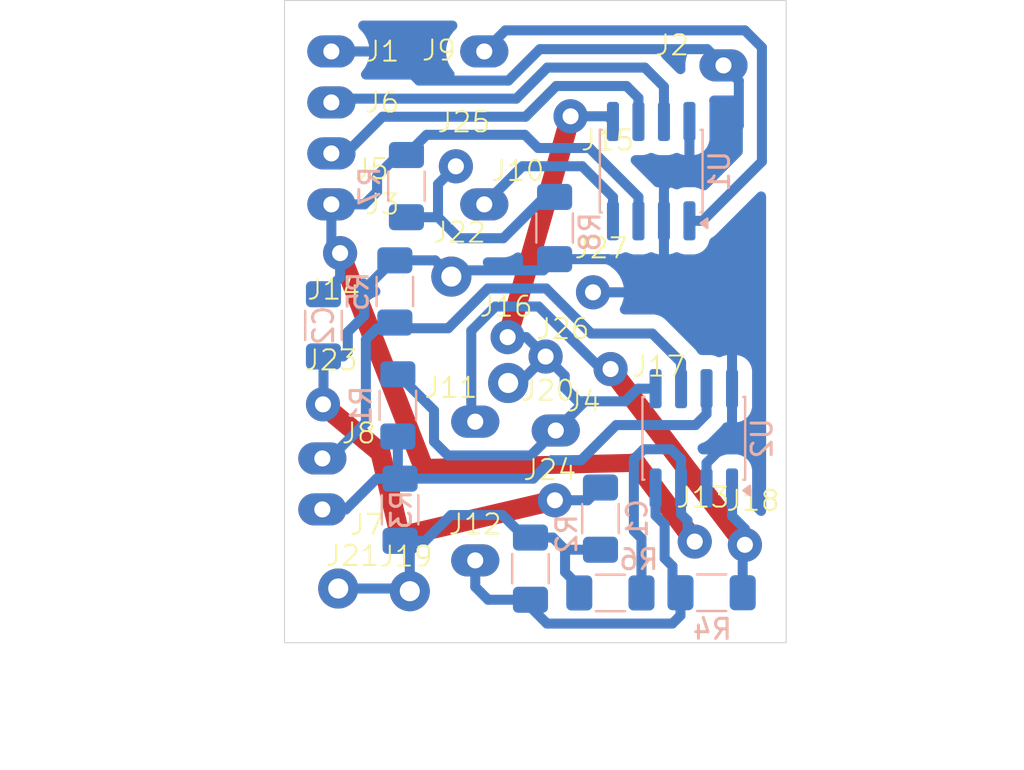
<source format=kicad_pcb>
(kicad_pcb (version 20241229) (generator "pcbnew") (generator_version "9.0")
  (layers (0 "F.Cu" signal) (2 "B.Cu" signal) (13 "F.Paste" user) (15 "B.Paste" user) (5 "F.SilkS" user "F.Silkscreen") (7 "B.SilkS" user "B.Silkscreen") (1 "F.Mask" user) (3 "B.Mask" user) (25 "Edge.Cuts" user))
  (net 0 "")
  (net 1 "GND")
  (net 2 "+5V")
  (net 3 "+3.3V")
  (net 4 "/TxD2")
  (net 5 "/RxD2")
  (net 6 "/TxD1")
  (net 7 "/RxD1")
  (net 8 "/Dp1")
  (net 9 "/Dm1")
  (net 10 "/Dp2")
  (net 11 "/Dm2")
  (net 12 "Net-(J19-Pin_1)")
  (net 13 "Net-(J25-Pin_1)")
  (footprint "Footprints:VHDR" (layer "F.Cu") (at 125.040404 78.512129)
    (property "Reference" "J25" (at 0.4 -2.2 0) (layer "F.SilkS") (effects (font (thickness 0.1))))
    (property "Value" "~")
    (pad "1" thru_hole oval (at 0 0) (size 1.7 1.7) (drill 0.8) (layers "*.Cu" "*.Mask") (net 13 "Net-(J25-Pin_1)"))
  )
  (footprint "Footprints:BBHDR" (layer "F.Cu") (at 126.005511 91.237032)
    (property "Reference" "J11" (at -1.208134 -1.693473 0) (layer "F.SilkS") (effects (font (thickness 0.1))))
    (property "Value" "MCU-TxD2")
    (pad "1" thru_hole oval (at 0 0) (size 2.4 1.6) (drill 0.8) (layers "*.Cu" "*.Mask") (net 4 "/TxD2"))
  )
  (footprint "Footprints:BBHDR" (layer "F.Cu") (at 130.018603 91.67783)
    (property "Reference" "J4" (at 1.399738 -1.449587 0) (layer "F.SilkS") (effects (font (thickness 0.1))))
    (property "Value" "+3.3V")
    (pad "1" thru_hole oval (at 0 0) (size 2.4 1.6) (drill 0.8) (layers "*.Cu" "*.Mask") (net 3 "+3.3V"))
  )
  (footprint "Footprints:VHDR" (layer "F.Cu") (at 127.619587 87.024656)
    (property "Reference" "J16" (at -0.076416 -1.525673 0) (layer "F.SilkS") (effects (font (thickness 0.1))))
    (property "Value" "~")
    (pad "1" thru_hole oval (at 0 0) (size 1.7 1.7) (drill 0.8) (layers "*.Cu" "*.Mask") (net 3 "+3.3V"))
  )
  (footprint "Footprints:VHDR" (layer "F.Cu") (at 129.975539 95.154155)
    (property "Reference" "J24" (at -0.256747 -1.512591 0) (layer "F.SilkS") (effects (font (thickness 0.1))))
    (property "Value" "~")
    (pad "1" thru_hole oval (at 0 0) (size 1.7 1.7) (drill 0.8) (layers "*.Cu" "*.Mask") (net 1 "GND"))
  )
  (footprint "Footprints:CHDR" (layer "F.Cu") (at 119.177088 99.552042)
    (property "Reference" "J21" (at 0.710816 -1.636315 0) (layer "F.SilkS") (effects (font (thickness 0.1))))
    (property "Value" "~")
    (pad "1" thru_hole oval (at 0 0) (size 2 2) (drill 1) (layers "*.Cu" "*.Mask") (net 12 "Net-(J19-Pin_1)"))
  )
  (footprint "Footprints:VHDR" (layer "F.Cu") (at 132.749232 88.616173)
    (property "Reference" "J17" (at 2.408963 -0.131422 0) (layer "F.SilkS") (effects (font (thickness 0.1))))
    (property "Value" "~")
    (pad "1" thru_hole oval (at 0 0) (size 1.7 1.7) (drill 0.8) (layers "*.Cu" "*.Mask") (net 4 "/TxD2"))
  )
  (footprint "Footprints:BBHDR" (layer "F.Cu") (at 138.375298 73.48457)
    (property "Reference" "J2" (at -2.559006 -1.009045 0) (layer "F.SilkS") (effects (font (thickness 0.1))))
    (property "Value" "GND")
    (pad "1" thru_hole oval (at 0 0) (size 2.4 1.6) (drill 0.8) (layers "*.Cu" "*.Mask") (net 1 "GND"))
  )
  (footprint "Footprints:BBHDR" (layer "F.Cu") (at 118.834709 77.869313)
    (property "Reference" "J5" (at 2.014088 0.777599 0) (layer "F.SilkS") (effects (font (thickness 0.1))))
    (property "Value" "D1-")
    (pad "1" thru_hole oval (at 0 0) (size 2.4 1.6) (drill 0.8) (layers "*.Cu" "*.Mask") (net 9 "/Dm1"))
  )
  (footprint "Footprints:VHDR" (layer "F.Cu") (at 130.755723 76.02037)
    (property "Reference" "J15" (at 1.841445 1.196267 0) (layer "F.SilkS") (effects (font (thickness 0.1))))
    (property "Value" "~")
    (pad "1" thru_hole oval (at 0 0) (size 1.7 1.7) (drill 0.8) (layers "*.Cu" "*.Mask") (net 3 "+3.3V"))
  )
  (footprint "Footprints:VHDR" (layer "F.Cu") (at 129.512526 87.993099)
    (property "Reference" "J26" (at 0.861143 -1.378858 0) (layer "F.SilkS") (effects (font (thickness 0.1))))
    (property "Value" "~")
    (pad "1" thru_hole oval (at 0 0) (size 1.7 1.7) (drill 0.8) (layers "*.Cu" "*.Mask") (net 3 "+3.3V"))
  )
  (footprint "Footprints:VHDR" (layer "F.Cu") (at 118.418048 90.374343)
    (property "Reference" "J23" (at 0.4 -2.2 0) (layer "F.SilkS") (effects (font (thickness 0.1))))
    (property "Value" "~")
    (pad "1" thru_hole oval (at 0 0) (size 1.7 1.7) (drill 0.8) (layers "*.Cu" "*.Mask") (net 1 "GND"))
  )
  (footprint "Footprints:BBHDR" (layer "F.Cu") (at 126.454709 72.789313)
    (property "Reference" "J9" (at -2.258602 -0.054028 0) (layer "F.SilkS") (effects (font (thickness 0.1))))
    (property "Value" "MCU-TxD1")
    (pad "1" thru_hole oval (at 0 0) (size 2.4 1.6) (drill 0.8) (layers "*.Cu" "*.Mask") (net 6 "/TxD1"))
  )
  (footprint "Footprints:CHDR" (layer "F.Cu") (at 124.814144 84.008529)
    (property "Reference" "J22" (at 0.4 -2.2 0) (layer "F.SilkS") (effects (font (thickness 0.1))))
    (property "Value" "~")
    (pad "1" thru_hole oval (at 0 0) (size 2 2) (drill 1) (layers "*.Cu" "*.Mask") (net 1 "GND"))
  )
  (footprint "Footprints:BBHDR" (layer "F.Cu") (at 118.834709 80.409313)
    (property "Reference" "J3" (at 2.54 0 0) (layer "F.SilkS") (effects (font (thickness 0.1))))
    (property "Value" "+5V")
    (pad "1" thru_hole oval (at 0 0) (size 2.4 1.6) (drill 0.8) (layers "*.Cu" "*.Mask") (net 2 "+5V"))
  )
  (footprint "Footprints:BBHDR" (layer "F.Cu") (at 118.385511 93.070404)
    (property "Reference" "J8" (at 1.813873 -1.254903 0) (layer "F.SilkS") (effects (font (thickness 0.1))))
    (property "Value" "D2-")
    (pad "1" thru_hole oval (at 0 0) (size 2.4 1.6) (drill 0.8) (layers "*.Cu" "*.Mask") (net 11 "/Dm2"))
  )
  (footprint "Footprints:CHDR" (layer "F.Cu") (at 122.743656 99.684842)
    (property "Reference" "J19" (at -0.186017 -1.733987 0) (layer "F.SilkS") (effects (font (thickness 0.1))))
    (property "Value" "~")
    (pad "1" thru_hole oval (at 0 0) (size 2 2) (drill 1) (layers "*.Cu" "*.Mask") (net 12 "Net-(J19-Pin_1)"))
  )
  (footprint "Footprints:BBHDR" (layer "F.Cu") (at 118.834709 75.329313)
    (property "Reference" "J6" (at 2.54 0 0) (layer "F.SilkS") (effects (font (thickness 0.1))))
    (property "Value" "D1+")
    (pad "1" thru_hole oval (at 0 0) (size 2.4 1.6) (drill 0.8) (layers "*.Cu" "*.Mask") (net 8 "/Dp1"))
  )
  (footprint "Footprints:BBHDR" (layer "F.Cu") (at 118.385511 95.610404)
    (property "Reference" "J7" (at 2.222519 0.759687 0) (layer "F.SilkS") (effects (font (thickness 0.1))))
    (property "Value" "D2+")
    (pad "1" thru_hole oval (at 0 0) (size 2.4 1.6) (drill 0.8) (layers "*.Cu" "*.Mask") (net 10 "/Dp2"))
  )
  (footprint "Footprints:BBHDR" (layer "F.Cu") (at 118.834709 72.789313)
    (property "Reference" "J1" (at 2.54 0 0) (layer "F.SilkS") (effects (font (thickness 0.1))))
    (property "Value" "GND")
    (pad "1" thru_hole oval (at 0 0) (size 2.4 1.6) (drill 0.8) (layers "*.Cu" "*.Mask") (net 1 "GND"))
  )
  (footprint "Footprints:BBHDR" (layer "F.Cu") (at 126.005511 98.150404)
    (property "Reference" "J12" (at -0.008756 -1.801239 0) (layer "F.SilkS") (effects (font (thickness 0.1))))
    (property "Value" "MCU-RxD2")
    (pad "1" thru_hole oval (at 0 0) (size 2.4 1.6) (drill 0.8) (layers "*.Cu" "*.Mask") (net 5 "/RxD2"))
  )
  (footprint "Footprints:VHDR" (layer "F.Cu") (at 119.269838 82.838397)
    (property "Reference" "J14" (at -0.315517 1.812832 0) (layer "F.SilkS") (effects (font (thickness 0.1))))
    (property "Value" "~")
    (pad "1" thru_hole oval (at 0 0) (size 1.7 1.7) (drill 0.8) (layers "*.Cu" "*.Mask") (net 2 "+5V"))
  )
  (footprint "Footprints:VHDR" (layer "F.Cu") (at 139.443273 97.374019)
    (property "Reference" "J18" (at 0.4 -2.2 0) (layer "F.SilkS") (effects (font (thickness 0.1))))
    (property "Value" "~")
    (pad "1" thru_hole oval (at 0 0) (size 1.7 1.7) (drill 0.8) (layers "*.Cu" "*.Mask") (net 4 "/TxD2"))
  )
  (footprint "Footprints:VHDR" (layer "F.Cu") (at 136.94404 97.213759)
    (property "Reference" "J13" (at 0.4 -2.2 0) (layer "F.SilkS") (effects (font (thickness 0.1))))
    (property "Value" "~")
    (pad "1" thru_hole oval (at 0 0) (size 1.7 1.7) (drill 0.8) (layers "*.Cu" "*.Mask") (net 2 "+5V"))
  )
  (footprint "Footprints:BBHDR" (layer "F.Cu") (at 126.454709 80.409313)
    (property "Reference" "J10" (at 1.671551 -1.671551 0) (layer "F.SilkS") (effects (font (thickness 0.1))))
    (property "Value" "MCU-RxD1")
    (pad "1" thru_hole oval (at 0 0) (size 2.4 1.6) (drill 0.8) (layers "*.Cu" "*.Mask") (net 7 "/RxD1"))
  )
  (footprint "Footprints:VHDR" (layer "F.Cu") (at 131.874128 84.791401)
    (property "Reference" "J27" (at 0.4 -2.2 0) (layer "F.SilkS") (effects (font (thickness 0.1))))
    (property "Value" "~")
    (pad "1" thru_hole oval (at 0 0) (size 1.7 1.7) (drill 0.8) (layers "*.Cu" "*.Mask") (net 1 "GND"))
  )
  (footprint "Footprints:CHDR" (layer "F.Cu") (at 127.645354 89.309719)
    (property "Reference" "J20" (at 1.980103 0.375012 0) (layer "F.SilkS") (effects (font (thickness 0.1))))
    (property "Value" "~")
    (pad "1" thru_hole oval (at 0 0) (size 2 2) (drill 1) (layers "*.Cu" "*.Mask") (net 3 "+3.3V"))
  )
  (footprint "Resistor_SMD:R_1206_3216Metric_Pad1.30x1.75mm_HandSolder" (layer "B.Cu") (at 121.999221 84.748561 -90)
    (property "Reference" "R5" (at 0 1.83 90) (layer "B.SilkS") (effects (justify mirror)))
    (property "Value" "R")
    (fp_line (start -0.727064 0.91) (end 0.727064 0.91) (stroke (width 0.12)) (layer "B.SilkS"))
    (fp_line (start -0.727064 -0.91) (end 0.727064 -0.91) (stroke (width 0.12)) (layer "B.SilkS"))
    (pad "1" smd roundrect (at -1.55 0 270) (size 1.3 1.75) (layers "B.Cu" "B.Mask" "B.Paste") (roundrect_rratio 0.192308) (net 1 "GND"))
    (pad "2" smd roundrect (at 1.55 0 270) (size 1.3 1.75) (layers "B.Cu" "B.Mask" "B.Paste") (roundrect_rratio 0.192308) (net 11 "/Dm2"))
  )
  (footprint "Package_SO:SOIC-8_3.9x4.9mm_P1.27mm" (layer "B.Cu") (at 134.773502 78.753426 90)
    (property "Reference" "U1" (at 0 3.4 90) (layer "B.SilkS") (effects (justify mirror)))
    (property "Value" "MCP2562-E-SN")
    (fp_line (start 2.06 -2.56) (end -2.06 -2.56) (stroke (width 0.12)) (layer "B.SilkS"))
    (fp_line (start -2.06 -2.56) (end -2.06 -2.465) (stroke (width 0.12)) (layer "B.SilkS"))
    (fp_line (start 2.06 -2.465) (end 2.06 -2.56) (stroke (width 0.12)) (layer "B.SilkS"))
    (fp_line (start -2.06 2.465) (end -2.06 2.56) (stroke (width 0.12)) (layer "B.SilkS"))
    (fp_line (start 2.06 2.56) (end 2.06 2.465) (stroke (width 0.12)) (layer "B.SilkS"))
    (fp_line (start -2.06 2.56) (end 2.06 2.56) (stroke (width 0.12)) (layer "B.SilkS"))
    (fp_poly (pts (xy -2.6 2.47) (xy -2.84 2.8) (xy -2.36 2.8)) (stroke (width 0.12)) (fill yes) (layer "B.SilkS"))
    (pad "1" smd roundrect (at -2.475 1.905 90) (size 1.95 0.6) (layers "B.Cu" "B.Mask" "B.Paste") (net 6 "/TxD1"))
    (pad "2" smd roundrect (at -2.475 0.635 90) (size 1.95 0.6) (layers "B.Cu" "B.Mask" "B.Paste") (net 1 "GND"))
    (pad "3" smd roundrect (at -2.475 -0.635 90) (size 1.95 0.6) (layers "B.Cu" "B.Mask" "B.Paste") (net 2 "+5V"))
    (pad "4" smd roundrect (at -2.475 -1.905 90) (size 1.95 0.6) (layers "B.Cu" "B.Mask" "B.Paste") (net 7 "/RxD1"))
    (pad "5" smd roundrect (at 2.475 -1.905 90) (size 1.95 0.6) (layers "B.Cu" "B.Mask" "B.Paste") (net 3 "+3.3V"))
    (pad "6" smd roundrect (at 2.475 -0.635 90) (size 1.95 0.6) (layers "B.Cu" "B.Mask" "B.Paste") (net 9 "/Dm1"))
    (pad "7" smd roundrect (at 2.475 0.635 90) (size 1.95 0.6) (layers "B.Cu" "B.Mask" "B.Paste") (net 8 "/Dp1"))
    (pad "8" smd roundrect (at 2.475 1.905 90) (size 1.95 0.6) (layers "B.Cu" "B.Mask" "B.Paste") (net 1 "GND"))
  )
  (footprint "Resistor_SMD:R_1206_3216Metric_Pad1.30x1.75mm_HandSolder" (layer "B.Cu") (at 122.57625 79.499691 -90)
    (property "Reference" "R7" (at 0 1.83 90) (layer "B.SilkS") (effects (justify mirror)))
    (property "Value" "R")
    (fp_line (start -0.727064 0.91) (end 0.727064 0.91) (stroke (width 0.12)) (layer "B.SilkS"))
    (fp_line (start -0.727064 -0.91) (end 0.727064 -0.91) (stroke (width 0.12)) (layer "B.SilkS"))
    (pad "1" smd roundrect (at -1.55 0 270) (size 1.3 1.75) (layers "B.Cu" "B.Mask" "B.Paste") (roundrect_rratio 0.192308) (net 2 "+5V"))
    (pad "2" smd roundrect (at 1.55 0 270) (size 1.3 1.75) (layers "B.Cu" "B.Mask" "B.Paste") (roundrect_rratio 0.192308) (net 13 "Net-(J25-Pin_1)"))
  )
  (footprint "Resistor_SMD:R_1206_3216Metric_Pad1.30x1.75mm_HandSolder" (layer "B.Cu") (at 137.782771 99.762211 180)
    (property "Reference" "R4" (at -0.035096 -1.82026 0) (layer "B.SilkS") (effects (justify mirror)))
    (property "Value" "R")
    (fp_line (start -0.727064 0.91) (end 0.727064 0.91) (stroke (width 0.12)) (layer "B.SilkS"))
    (fp_line (start -0.727064 -0.91) (end 0.727064 -0.91) (stroke (width 0.12)) (layer "B.SilkS"))
    (pad "1" smd roundrect (at -1.55 0 180) (size 1.3 1.75) (layers "B.Cu" "B.Mask" "B.Paste") (roundrect_rratio 0.192308) (net 4 "/TxD2"))
    (pad "2" smd roundrect (at 1.55 0 180) (size 1.3 1.75) (layers "B.Cu" "B.Mask" "B.Paste") (roundrect_rratio 0.192308) (net 5 "/RxD2"))
  )
  (footprint "Resistor_SMD:R_1206_3216Metric_Pad1.30x1.75mm_HandSolder" (layer "B.Cu") (at 132.739291 99.772978 180)
    (property "Reference" "R6" (at -1.418344 1.664477 0) (layer "B.SilkS") (effects (justify mirror)))
    (property "Value" "R")
    (fp_line (start -0.727064 0.91) (end 0.727064 0.91) (stroke (width 0.12)) (layer "B.SilkS"))
    (fp_line (start -0.727064 -0.91) (end 0.727064 -0.91) (stroke (width 0.12)) (layer "B.SilkS"))
    (pad "1" smd roundrect (at -1.55 0 180) (size 1.3 1.75) (layers "B.Cu" "B.Mask" "B.Paste") (roundrect_rratio 0.192308) (net 2 "+5V"))
    (pad "2" smd roundrect (at 1.55 0 180) (size 1.3 1.75) (layers "B.Cu" "B.Mask" "B.Paste") (roundrect_rratio 0.192308) (net 12 "Net-(J19-Pin_1)"))
  )
  (footprint "Resistor_SMD:R_1206_3216Metric_Pad1.30x1.75mm_HandSolder" (layer "B.Cu") (at 122.148543 90.426772 -90)
    (property "Reference" "R1" (at 0 1.83 90) (layer "B.SilkS") (effects (justify mirror)))
    (property "Value" "R")
    (fp_line (start -0.727064 0.91) (end 0.727064 0.91) (stroke (width 0.12)) (layer "B.SilkS"))
    (fp_line (start -0.727064 -0.91) (end 0.727064 -0.91) (stroke (width 0.12)) (layer "B.SilkS"))
    (pad "1" smd roundrect (at -1.55 0 270) (size 1.3 1.75) (layers "B.Cu" "B.Mask" "B.Paste") (roundrect_rratio 0.192308) (net 3 "+3.3V"))
    (pad "2" smd roundrect (at 1.55 0 270) (size 1.3 1.75) (layers "B.Cu" "B.Mask" "B.Paste") (roundrect_rratio 0.192308) (net 10 "/Dp2"))
  )
  (footprint "Package_SO:SOIC-8_3.9x4.9mm_P1.27mm" (layer "B.Cu") (at 136.896385 92.068764 90)
    (property "Reference" "U2" (at 0 3.4 90) (layer "B.SilkS") (effects (justify mirror)))
    (property "Value" "MCP2562-E-SN")
    (fp_line (start 2.06 -2.56) (end -2.06 -2.56) (stroke (width 0.12)) (layer "B.SilkS"))
    (fp_line (start -2.06 -2.56) (end -2.06 -2.465) (stroke (width 0.12)) (layer "B.SilkS"))
    (fp_line (start 2.06 -2.465) (end 2.06 -2.56) (stroke (width 0.12)) (layer "B.SilkS"))
    (fp_line (start -2.06 2.465) (end -2.06 2.56) (stroke (width 0.12)) (layer "B.SilkS"))
    (fp_line (start 2.06 2.56) (end 2.06 2.465) (stroke (width 0.12)) (layer "B.SilkS"))
    (fp_line (start -2.06 2.56) (end 2.06 2.56) (stroke (width 0.12)) (layer "B.SilkS"))
    (fp_poly (pts (xy -2.6 2.47) (xy -2.84 2.8) (xy -2.36 2.8)) (stroke (width 0.12)) (fill yes) (layer "B.SilkS"))
    (pad "1" smd roundrect (at -2.475 1.905 90) (size 1.95 0.6) (layers "B.Cu" "B.Mask" "B.Paste") (net 4 "/TxD2"))
    (pad "2" smd roundrect (at -2.475 0.635 90) (size 1.95 0.6) (layers "B.Cu" "B.Mask" "B.Paste") (net 1 "GND"))
    (pad "3" smd roundrect (at -2.475 -0.635 90) (size 1.95 0.6) (layers "B.Cu" "B.Mask" "B.Paste") (net 2 "+5V"))
    (pad "4" smd roundrect (at -2.475 -1.905 90) (size 1.95 0.6) (layers "B.Cu" "B.Mask" "B.Paste") (net 5 "/RxD2"))
    (pad "5" smd roundrect (at 2.475 -1.905 90) (size 1.95 0.6) (layers "B.Cu" "B.Mask" "B.Paste") (net 3 "+3.3V"))
    (pad "6" smd roundrect (at 2.475 -0.635 90) (size 1.95 0.6) (layers "B.Cu" "B.Mask" "B.Paste") (net 11 "/Dm2"))
    (pad "7" smd roundrect (at 2.475 0.635 90) (size 1.95 0.6) (layers "B.Cu" "B.Mask" "B.Paste") (net 10 "/Dp2"))
    (pad "8" smd roundrect (at 2.475 1.905 90) (size 1.95 0.6) (layers "B.Cu" "B.Mask" "B.Paste") (net 1 "GND"))
  )
  (footprint "Resistor_SMD:R_1206_3216Metric_Pad1.30x1.75mm_HandSolder" (layer "B.Cu") (at 128.757559 98.56212 90)
    (property "Reference" "R2" (at 1.730055 1.805225 90) (layer "B.SilkS") (effects (justify mirror)))
    (property "Value" "R")
    (fp_line (start -0.727064 -0.91) (end 0.727064 -0.91) (stroke (width 0.12)) (layer "B.SilkS"))
    (fp_line (start -0.727064 0.91) (end 0.727064 0.91) (stroke (width 0.12)) (layer "B.SilkS"))
    (pad "1" smd roundrect (at -1.55 0 90) (size 1.3 1.75) (layers "B.Cu" "B.Mask" "B.Paste") (roundrect_rratio 0.192308) (net 5 "/RxD2"))
    (pad "2" smd roundrect (at 1.55 0 90) (size 1.3 1.75) (layers "B.Cu" "B.Mask" "B.Paste") (roundrect_rratio 0.192308) (net 12 "Net-(J19-Pin_1)"))
  )
  (footprint "Resistor_SMD:R_1206_3216Metric_Pad1.30x1.75mm_HandSolder" (layer "B.Cu") (at 132.245126 96.069377 90)
    (property "Reference" "C1" (at 0 1.83 90) (layer "B.SilkS") (effects (justify mirror)))
    (property "Value" "C")
    (fp_line (start -0.727064 -0.91) (end 0.727064 -0.91) (stroke (width 0.12)) (layer "B.SilkS"))
    (fp_line (start -0.727064 0.91) (end 0.727064 0.91) (stroke (width 0.12)) (layer "B.SilkS"))
    (pad "1" smd roundrect (at -1.55 0 90) (size 1.3 1.75) (layers "B.Cu" "B.Mask" "B.Paste") (roundrect_rratio 0.192308) (net 12 "Net-(J19-Pin_1)"))
    (pad "2" smd roundrect (at 1.55 0 90) (size 1.3 1.75) (layers "B.Cu" "B.Mask" "B.Paste") (roundrect_rratio 0.192308) (net 1 "GND"))
  )
  (footprint "Resistor_SMD:R_1206_3216Metric_Pad1.30x1.75mm_HandSolder" (layer "B.Cu") (at 118.442345 86.438238 -90)
    (property "Reference" "C2" (at 0.004292 0.000118 90) (layer "B.SilkS") (effects (justify mirror)))
    (property "Value" "C")
    (fp_line (start -0.727064 0.91) (end 0.727064 0.91) (stroke (width 0.12)) (layer "B.SilkS"))
    (fp_line (start -0.727064 -0.91) (end 0.727064 -0.91) (stroke (width 0.12)) (layer "B.SilkS"))
    (pad "1" smd roundrect (at -1.55 0 270) (size 1.3 1.75) (layers "B.Cu" "B.Mask" "B.Paste") (roundrect_rratio 0.192308) (net 2 "+5V"))
    (pad "2" smd roundrect (at 1.55 0 270) (size 1.3 1.75) (layers "B.Cu" "B.Mask" "B.Paste") (roundrect_rratio 0.192308) (net 1 "GND"))
  )
  (footprint "Resistor_SMD:R_1206_3216Metric_Pad1.30x1.75mm_HandSolder" (layer "B.Cu") (at 122.26003 95.627962 90)
    (property "Reference" "R3" (at 0.003896 0.060386 90) (layer "B.SilkS") (effects (justify mirror)))
    (property "Value" "R")
    (fp_line (start -0.727064 -0.91) (end 0.727064 -0.91) (stroke (width 0.12)) (layer "B.SilkS"))
    (fp_line (start -0.727064 0.91) (end 0.727064 0.91) (stroke (width 0.12)) (layer "B.SilkS"))
    (pad "1" smd roundrect (at -1.55 0 90) (size 1.3 1.75) (layers "B.Cu" "B.Mask" "B.Paste") (roundrect_rratio 0.192308) (net 12 "Net-(J19-Pin_1)"))
    (pad "2" smd roundrect (at 1.55 0 90) (size 1.3 1.75) (layers "B.Cu" "B.Mask" "B.Paste") (roundrect_rratio 0.192308) (net 10 "/Dp2"))
  )
  (footprint "Resistor_SMD:R_1206_3216Metric_Pad1.30x1.75mm_HandSolder" (layer "B.Cu") (at 129.959217 81.588762 90)
    (property "Reference" "R8" (at -0.192597 1.762645 90) (layer "B.SilkS") (effects (justify mirror)))
    (property "Value" "R")
    (fp_line (start -0.727064 -0.91) (end 0.727064 -0.91) (stroke (width 0.12)) (layer "B.SilkS"))
    (fp_line (start -0.727064 0.91) (end 0.727064 0.91) (stroke (width 0.12)) (layer "B.SilkS"))
    (pad "1" smd roundrect (at -1.55 0 90) (size 1.3 1.75) (layers "B.Cu" "B.Mask" "B.Paste") (roundrect_rratio 0.192308) (net 1 "GND"))
    (pad "2" smd roundrect (at 1.55 0 90) (size 1.3 1.75) (layers "B.Cu" "B.Mask" "B.Paste") (roundrect_rratio 0.192308) (net 13 "Net-(J25-Pin_1)"))
  )
  (gr_line (start 121.266675 92.721174) (end 122.26004 96.956538) (stroke (width 1)) (layer "F.Cu") (net 1))
  (gr_line (start 122.26004 96.956538) (end 129.975539 95.154155) (stroke (width 1)) (layer "F.Cu") (net 1))
  (gr_line (start 134.069273 93.285793) (end 123.440199 93.547074) (stroke (width 0.9)) (layer "F.Cu") (net 2))
  (gr_line (start 139.443273 97.374019) (end 132.749232 88.616173) (stroke (width 1)) (layer "F.Cu") (net 4))
  (gr_line (start 130.755723 76.02037) (end 127.619587 87.024656) (stroke (width 1)) (layer "F.Cu") (net 3))
  (gr_line (start 118.421657 90.406728) (end 121.266675 92.763328) (stroke (width 1)) (layer "F.Cu") (net 1))
  (gr_line (start 123.440199 93.547075) (end 119.269838 82.838397) (stroke (width 1)) (layer "F.Cu") (net 2))
  (gr_line (start 136.94404 97.213759) (end 133.996089 93.281106) (stroke (width 1)) (layer "F.Cu") (net 2))
  (gr_line (start 141.5 102.25) (end 116.5 102.25) (stroke (width 0.05)) (layer "Edge.Cuts"))
  (gr_line (start 116.5 70.25) (end 141.5 70.25) (stroke (width 0.05)) (layer "Edge.Cuts"))
  (gr_line (start 141.5 70.25) (end 141.5 102.25) (stroke (width 0.05)) (layer "Edge.Cuts"))
  (gr_line (start 116.5 70.25) (end 116.5 102.25) (stroke (width 0.05)) (layer "Edge.Cuts"))
  (segment (start 120.473221 85.950343) (end 120.473221 84.650331) (width 0.5) (layer "B.Cu") (net 1))
  (segment (start 131.874128 84.791401) (end 134.978092 84.791401) (width 0.5) (layer "B.Cu") (net 1))
  (segment (start 132.643317 83.159541) (end 134.48244 83.159541) (width 0.5) (layer "B.Cu") (net 1))
  (segment (start 132.639946 83.162912) (end 132.643317 83.159541) (width 0.5) (layer "B.Cu") (net 1))
  (segment (start 137.531385 93.29757) (end 138.189644 92.639311) (width 0.5) (layer "B.Cu") (net 1))
  (segment (start 129.959217 83.138762) (end 129.400285 83.697694) (width 0.5) (layer "B.Cu") (net 1))
  (segment (start 138.375298 73.48457) (end 137.56576 72.675032) (width 0.5) (layer "B.Cu") (net 1))
  (segment (start 138.801385 89.593764) (end 138.801385 87.478486) (width 0.5) (layer "B.Cu") (net 1))
  (segment (start 129.400285 83.697694) (end 125.124979 83.697694) (width 0.5) (layer "B.Cu") (net 1))
  (segment (start 137.381018 78.209835) (end 136.734017 78.209835) (width 0.5) (layer "B.Cu") (net 1))
  (segment (start 119.417214 87.988238) (end 119.655179 87.750273) (width 0.5) (layer "B.Cu") (net 1))
  (segment (start 132.615796 83.138762) (end 132.639946 83.162912) (width 0.5) (layer "B.Cu") (net 1))
  (segment (start 134.48244 83.159541) (end 135.408502 84.085603) (width 0.5) (layer "B.Cu") (net 1))
  (segment (start 118.442345 90.350046) (end 118.418048 90.374343) (width 0.5) (layer "B.Cu") (net 1))
  (segment (start 137.531385 94.543764) (end 137.531385 93.29757) (width 0.5) (layer "B.Cu") (net 1))
  (segment (start 138.801385 87.478486) (end 135.546196 84.223297) (width 0.5) (layer "B.Cu") (net 1))
  (segment (start 129.959217 83.138762) (end 132.615796 83.138762) (width 0.5) (layer "B.Cu") (net 1))
  (segment (start 136.678502 78.15432) (end 136.734017 78.209835) (width 0.5) (layer "B.Cu") (net 1))
  (segment (start 137.56576 72.675032) (end 129.22404 72.675032) (width 0.5) (layer "B.Cu") (net 1))
  (segment (start 136.678502 76.278426) (end 136.678502 78.15432) (width 0.5) (layer "B.Cu") (net 1))
  (segment (start 138.189644 92.639311) (end 138.801385 92.02757) (width 0.5) (layer "B.Cu") (net 1))
  (segment (start 118.442345 87.988238) (end 118.442345 90.350046) (width 0.5) (layer "B.Cu") (net 1))
  (segment (start 120.473221 84.650331) (end 121.924991 83.198561) (width 0.5) (layer "B.Cu") (net 1))
  (segment (start 119.65518 86.768384) (end 120.473221 85.950343) (width 0.5) (layer "B.Cu") (net 1))
  (segment (start 138.801385 91.020448) (end 138.801385 89.593764) (width 0.5) (layer "B.Cu") (net 1))
  (segment (start 134.978092 84.791401) (end 135.546196 84.223297) (width 0.5) (layer "B.Cu") (net 1))
  (segment (start 135.408502 84.085603) (end 135.546196 84.223297) (width 0.5) (layer "B.Cu") (net 1))
  (segment (start 137.420642 78.199582) (end 137.39127 78.199582) (width 0.5) (layer "B.Cu") (net 1))
  (segment (start 129.22404 72.675032) (end 127.658759 74.240313) (width 0.5) (layer "B.Cu") (net 1))
  (segment (start 121.999221 83.198561) (end 124.004176 83.198561) (width 0.5) (layer "B.Cu") (net 1))
  (segment (start 137.39127 78.199582) (end 137.381018 78.209835) (width 0.5) (layer "B.Cu") (net 1))
  (segment (start 129.975539 95.154155) (end 131.610348 95.154155) (width 0.5) (layer "B.Cu") (net 1))
  (segment (start 121.749772 72.789313) (end 118.834709 72.789313) (width 0.5) (layer "B.Cu") (net 1))
  (segment (start 121.999221 83.497482) (end 121.999221 83.198561) (width 0.5) (layer "B.Cu") (net 1))
  (segment (start 125.124979 83.697694) (end 124.814144 84.008529) (width 0.5) (layer "B.Cu") (net 1))
  (segment (start 123.200772 74.240313) (end 121.749772 72.789313) (width 0.5) (layer "B.Cu") (net 1))
  (segment (start 139.140277 76.479947) (end 137.420642 78.199582) (width 0.5) (layer "B.Cu") (net 1))
  (segment (start 127.658759 74.240313) (end 123.200772 74.240313) (width 0.5) (layer "B.Cu") (net 1))
  (segment (start 139.140277 74.249549) (end 139.140277 76.479947) (width 0.5) (layer "B.Cu") (net 1))
  (segment (start 138.375298 73.48457) (end 139.140277 74.249549) (width 0.5) (layer "B.Cu") (net 1))
  (segment (start 118.442345 87.988238) (end 119.417214 87.988238) (width 0.5) (layer "B.Cu") (net 1))
  (segment (start 135.408502 81.228426) (end 135.408502 84.085603) (width 0.5) (layer "B.Cu") (net 1))
  (segment (start 124.004176 83.198561) (end 124.814144 84.008529) (width 0.5) (layer "B.Cu") (net 1))
  (segment (start 136.734017 78.209835) (end 135.408502 79.53535) (width 0.5) (layer "B.Cu") (net 1))
  (segment (start 138.801385 92.02757) (end 138.801385 91.020448) (width 0.5) (layer "B.Cu") (net 1))
  (segment (start 131.610348 95.154155) (end 132.245126 94.519377) (width 0.5) (layer "B.Cu") (net 1))
  (segment (start 121.924991 83.198561) (end 121.999221 83.198561) (width 0.5) (layer "B.Cu") (net 1))
  (segment (start 135.408502 79.53535) (end 135.408502 81.228426) (width 0.5) (layer "B.Cu") (net 1))
  (segment (start 119.655179 87.750273) (end 119.65518 86.768384) (width 0.5) (layer "B.Cu") (net 1))
  (segment (start 136.261385 93.115788) (end 136.261385 94.543764) (width 0.5) (layer "B.Cu") (net 2))
  (segment (start 136.261385 95.84042) (end 136.584989 96.164024) (width 0.5) (layer "B.Cu") (net 2))
  (segment (start 129.134833 77.600645) (end 128.477499 76.943311) (width 0.5) (layer "B.Cu") (net 2))
  (segment (start 134.289291 99.772978) (end 134.289291 97.054131) (width 0.5) (layer "B.Cu") (net 2))
  (segment (start 134.138502 80.042869) (end 131.696278 77.600645) (width 0.5) (layer "B.Cu") (net 2))
  (segment (start 122.57625 77.956627) (end 122.57625 77.949691) (width 0.5) (layer "B.Cu") (net 2))
  (segment (start 121.112589 79.776285) (end 121.112589 78.995385) (width 0.5) (layer "B.Cu") (net 2))
  (segment (start 118.834709 82.403268) (end 119.269838 82.838397) (width 0.5) (layer "B.Cu") (net 2))
  (segment (start 118.834709 80.409313) (end 118.834709 82.403268) (width 0.5) (layer "B.Cu") (net 2))
  (segment (start 136.261385 94.543764) (end 136.261385 95.84042) (width 0.5) (layer "B.Cu") (net 2))
  (segment (start 128.477499 76.943311) (end 123.58263 76.943311) (width 0.5) (layer "B.Cu") (net 2))
  (segment (start 118.834709 80.409313) (end 120.479561 80.409313) (width 0.5) (layer "B.Cu") (net 2))
  (segment (start 121.112589 78.995385) (end 122.158283 77.949691) (width 0.5) (layer "B.Cu") (net 2))
  (segment (start 122.158283 77.949691) (end 122.57625 77.949691) (width 0.5) (layer "B.Cu") (net 2))
  (segment (start 134.289291 97.054131) (end 133.909776 96.674616) (width 0.5) (layer "B.Cu") (net 2))
  (segment (start 136.584989 96.666569) (end 136.637489 96.719069) (width 0.5) (layer "B.Cu") (net 2))
  (segment (start 119.269838 84.060745) (end 118.442345 84.888238) (width 0.5) (layer "B.Cu") (net 2))
  (segment (start 134.138502 81.228426) (end 134.138502 80.042869) (width 0.5) (layer "B.Cu") (net 2))
  (segment (start 120.479561 80.409313) (end 121.112589 79.776285) (width 0.5) (layer "B.Cu") (net 2))
  (segment (start 119.269838 82.838397) (end 119.269838 84.060745) (width 0.5) (layer "B.Cu") (net 2))
  (segment (start 131.696278 77.600645) (end 129.134833 77.600645) (width 0.5) (layer "B.Cu") (net 2))
  (segment (start 136.584989 96.164024) (end 136.584989 96.666569) (width 0.5) (layer "B.Cu") (net 2))
  (segment (start 134.398345 92.61306) (end 135.758657 92.61306) (width 0.5) (layer "B.Cu") (net 2))
  (segment (start 135.758657 92.61306) (end 136.261385 93.115788) (width 0.5) (layer "B.Cu") (net 2))
  (segment (start 133.909776 93.101629) (end 134.398345 92.61306) (width 0.5) (layer "B.Cu") (net 2))
  (segment (start 123.58263 76.943311) (end 122.57625 77.949691) (width 0.5) (layer "B.Cu") (net 2))
  (segment (start 133.909776 96.674616) (end 133.909776 93.101629) (width 0.5) (layer "B.Cu") (net 2))
  (segment (start 130.462961 89.554096) (end 130.462961 88.943534) (width 0.5) (layer "B.Cu") (net 3))
  (segment (start 128.775844 92.920589) (end 130.018603 91.67783) (width 0.5) (layer "B.Cu") (net 3))
  (segment (start 122.148543 88.876772) (end 123.950723 90.678952) (width 0.5) (layer "B.Cu") (net 3))
  (segment (start 127.645354 89.309719) (end 128.195906 89.309719) (width 0.5) (layer "B.Cu") (net 3))
  (segment (start 123.950723 92.230715) (end 124.640597 92.920589) (width 0.5) (layer "B.Cu") (net 3))
  (segment (start 131.132955 90.22409) (end 130.462961 89.554096) (width 0.5) (layer "B.Cu") (net 3))
  (segment (start 130.462961 88.943534) (end 129.512526 87.993099) (width 0.5) (layer "B.Cu") (net 3))
  (segment (start 134.109052 89.593764) (end 133.478726 90.22409) (width 0.5) (layer "B.Cu") (net 3))
  (segment (start 133.478726 90.22409) (end 131.472343 90.22409) (width 0.5) (layer "B.Cu") (net 3))
  (segment (start 131.472343 90.22409) (end 130.018603 91.67783) (width 0.5) (layer "B.Cu") (net 3))
  (segment (start 134.991385 89.593764) (end 134.109052 89.593764) (width 0.5) (layer "B.Cu") (net 3))
  (segment (start 127.619587 87.024656) (end 128.544083 87.024656) (width 0.5) (layer "B.Cu") (net 3))
  (segment (start 131.472343 90.22409) (end 131.132955 90.22409) (width 0.5) (layer "B.Cu") (net 3))
  (segment (start 130.755723 76.02037) (end 132.610446 76.02037) (width 0.5) (layer "B.Cu") (net 3))
  (segment (start 128.195906 89.309719) (end 129.512526 87.993099) (width 0.5) (layer "B.Cu") (net 3))
  (segment (start 124.640597 92.920589) (end 128.775844 92.920589) (width 0.5) (layer "B.Cu") (net 3))
  (segment (start 123.950723 90.678952) (end 123.950723 92.230715) (width 0.5) (layer "B.Cu") (net 3))
  (segment (start 128.544083 87.024656) (end 129.512526 87.993099) (width 0.5) (layer "B.Cu") (net 3))
  (segment (start 132.610446 76.02037) (end 132.868502 76.278426) (width 0.5) (layer "B.Cu") (net 3))
  (segment (start 125.807528 86.704026) (end 127.01186 85.499694) (width 0.5) (layer "B.Cu") (net 4))
  (segment (start 139.332771 99.762211) (end 139.332771 97.484521) (width 0.5) (layer "B.Cu") (net 4))
  (segment (start 139.332771 97.484521) (end 139.443273 97.374019) (width 0.5) (layer "B.Cu") (net 4))
  (segment (start 139.443273 96.57859) (end 139.443273 97.374019) (width 0.5) (layer "B.Cu") (net 4))
  (segment (start 127.01186 85.499694) (end 129.162325 85.499694) (width 0.5) (layer "B.Cu") (net 4))
  (segment (start 126.005511 91.237032) (end 125.807528 91.039049) (width 0.5) (layer "B.Cu") (net 4))
  (segment (start 138.801385 94.543764) (end 138.801385 95.936702) (width 0.5) (layer "B.Cu") (net 4))
  (segment (start 132.278804 88.616173) (end 132.749232 88.616173) (width 0.5) (layer "B.Cu") (net 4))
  (segment (start 129.162325 85.499694) (end 132.278804 88.616173) (width 0.5) (layer "B.Cu") (net 4))
  (segment (start 125.807528 91.039049) (end 125.807528 86.704026) (width 0.5) (layer "B.Cu") (net 4))
  (segment (start 138.801385 95.936702) (end 139.443273 96.57859) (width 0.5) (layer "B.Cu") (net 4))
  (segment (start 126.005511 98.150404) (end 126.005511 99.469948) (width 0.5) (layer "B.Cu") (net 5))
  (segment (start 135.869232 99.398672) (end 136.232771 99.762211) (width 0.5) (layer "B.Cu") (net 5))
  (segment (start 129.578055 101.298978) (end 135.828517 101.298978) (width 0.5) (layer "B.Cu") (net 5))
  (segment (start 135.44304 98.048664) (end 135.834336 98.43996) (width 0.5) (layer "B.Cu") (net 5))
  (segment (start 128.757559 100.478482) (end 129.578055 101.298978) (width 0.5) (layer "B.Cu") (net 5))
  (segment (start 134.991385 95.912003) (end 135.44304 96.363658) (width 0.5) (layer "B.Cu") (net 5))
  (segment (start 135.834336 98.43996) (end 135.834336 99.363776) (width 0.5) (layer "B.Cu") (net 5))
  (segment (start 135.44304 96.363658) (end 135.44304 98.048664) (width 0.5) (layer "B.Cu") (net 5))
  (segment (start 135.828517 101.298978) (end 136.232771 100.894724) (width 0.5) (layer "B.Cu") (net 5))
  (segment (start 128.757559 100.11212) (end 128.757559 100.478482) (width 0.5) (layer "B.Cu") (net 5))
  (segment (start 136.232771 100.894724) (end 136.232771 99.762211) (width 0.5) (layer "B.Cu") (net 5))
  (segment (start 126.647683 100.11212) (end 128.757559 100.11212) (width 0.5) (layer "B.Cu") (net 5))
  (segment (start 126.005511 99.469948) (end 126.647683 100.11212) (width 0.5) (layer "B.Cu") (net 5))
  (segment (start 135.834336 99.363776) (end 136.232771 99.762211) (width 0.5) (layer "B.Cu") (net 5))
  (segment (start 134.991385 94.543764) (end 134.991385 95.912003) (width 0.5) (layer "B.Cu") (net 5))
  (segment (start 137.337559 81.228426) (end 140.290731 78.275254) (width 0.5) (layer "B.Cu") (net 6))
  (segment (start 136.678502 81.228426) (end 137.337559 81.228426) (width 0.5) (layer "B.Cu") (net 6))
  (segment (start 140.290731 78.275254) (end 140.290731 72.586995) (width 0.5) (layer "B.Cu") (net 6))
  (segment (start 140.290731 72.586995) (end 139.441879 71.738143) (width 0.5) (layer "B.Cu") (net 6))
  (segment (start 127.505879 71.738143) (end 126.454709 72.789313) (width 0.5) (layer "B.Cu") (net 6))
  (segment (start 139.441879 71.738143) (end 127.505879 71.738143) (width 0.5) (layer "B.Cu") (net 6))
  (segment (start 132.868502 80.047075) (end 131.331209 78.509782) (width 0.5) (layer "B.Cu") (net 7))
  (segment (start 132.868502 81.228426) (end 132.868502 80.047075) (width 0.5) (layer "B.Cu") (net 7))
  (segment (start 131.331209 78.509782) (end 128.35424 78.509782) (width 0.5) (layer "B.Cu") (net 7))
  (segment (start 128.35424 78.509782) (end 126.454709 80.409313) (width 0.5) (layer "B.Cu") (net 7))
  (segment (start 135.408502 74.545122) (end 135.408502 76.278426) (width 0.5) (layer "B.Cu") (net 8))
  (segment (start 129.598859 73.592144) (end 134.455524 73.592144) (width 0.5) (layer "B.Cu") (net 8))
  (segment (start 128.04969 75.141313) (end 119.022709 75.141313) (width 0.5) (layer "B.Cu") (net 8))
  (segment (start 119.022709 75.141313) (end 118.834709 75.329313) (width 0.5) (layer "B.Cu") (net 8))
  (segment (start 134.455524 73.592144) (end 135.408502 74.545122) (width 0.5) (layer "B.Cu") (net 8))
  (segment (start 128.04969 75.141313) (end 129.598859 73.592144) (width 0.5) (layer "B.Cu") (net 8))
  (segment (start 118.834709 75.329313) (end 119.165122 75.659726) (width 0.5) (layer "B.Cu") (net 8))
  (segment (start 121.382994 76.042312) (end 128.512396 76.042312) (width 0.5) (layer "B.Cu") (net 9))
  (segment (start 134.138502 75.10754) (end 134.138502 76.278426) (width 0.5) (layer "B.Cu") (net 9))
  (segment (start 128.512396 76.042312) (end 130.042896 74.511812) (width 0.5) (layer "B.Cu") (net 9))
  (segment (start 119.555993 77.869313) (end 121.382994 76.042312) (width 0.5) (layer "B.Cu") (net 9))
  (segment (start 133.542774 74.511812) (end 134.138502 75.10754) (width 0.5) (layer "B.Cu") (net 9))
  (segment (start 118.834709 77.869313) (end 119.555993 77.869313) (width 0.5) (layer "B.Cu") (net 9))
  (segment (start 130.042896 74.511812) (end 133.542774 74.511812) (width 0.5) (layer "B.Cu") (net 9))
  (segment (start 122.26003 94.077962) (end 128.892677 94.077962) (width 0.5) (layer "B.Cu") (net 10))
  (segment (start 136.982204 91.406889) (end 137.531385 90.857708) (width 0.5) (layer "B.Cu") (net 10))
  (segment (start 118.385511 95.610404) (end 119.556563 95.610404) (width 0.5) (layer "B.Cu") (net 10))
  (segment (start 137.531385 90.857708) (end 137.531385 89.593764) (width 0.5) (layer "B.Cu") (net 10))
  (segment (start 128.892677 94.077962) (end 129.812195 93.158444) (width 0.5) (layer "B.Cu") (net 10))
  (segment (start 121.089005 94.077962) (end 122.26003 94.077962) (width 0.5) (layer "B.Cu") (net 10))
  (segment (start 122.148543 91.976772) (end 122.148543 93.966475) (width 0.5) (layer "B.Cu") (net 10))
  (segment (start 122.148543 93.966475) (end 122.26003 94.077962) (width 0.5) (layer "B.Cu") (net 10))
  (segment (start 122.26003 92.088259) (end 122.148543 91.976772) (width 0.5) (layer "B.Cu") (net 10))
  (segment (start 129.812195 93.158444) (end 131.279657 93.158444) (width 0.5) (layer "B.Cu") (net 10))
  (segment (start 131.279657 93.158444) (end 133.031212 91.406889) (width 0.5) (layer "B.Cu") (net 10))
  (segment (start 119.556563 95.610404) (end 121.089005 94.077962) (width 0.5) (layer "B.Cu") (net 10))
  (segment (start 133.031212 91.406889) (end 136.982204 91.406889) (width 0.5) (layer "B.Cu") (net 10))
  (segment (start 134.824877 86.846122) (end 131.782959 86.846122) (width 0.5) (layer "B.Cu") (net 11))
  (segment (start 118.759106 93.070404) (end 118.385511 93.070404) (width 0.5) (layer "B.Cu") (net 11))
  (segment (start 124.654201 86.583147) (end 121.114623 86.583147) (width 0.5) (layer "B.Cu") (net 11))
  (segment (start 120.556179 91.273331) (end 118.759106 93.070404) (width 0.5) (layer "B.Cu") (net 11))
  (segment (start 131.782959 86.846122) (end 129.535531 84.598694) (width 0.5) (layer "B.Cu") (net 11))
  (segment (start 136.261385 89.593764) (end 136.261385 88.28263) (width 0.5) (layer "B.Cu") (net 11))
  (segment (start 120.556179 87.141591) (end 120.556179 91.273331) (width 0.5) (layer "B.Cu") (net 11))
  (segment (start 118.490622 93.070404) (end 118.385511 93.070404) (width 0.5) (layer "B.Cu") (net 11))
  (segment (start 121.114623 86.583147) (end 120.556179 87.141591) (width 0.5) (layer "B.Cu") (net 11))
  (segment (start 126.638654 84.598694) (end 124.654201 86.583147) (width 0.5) (layer "B.Cu") (net 11))
  (segment (start 129.535531 84.598694) (end 126.638654 84.598694) (width 0.5) (layer "B.Cu") (net 11))
  (segment (start 136.261385 88.28263) (end 134.824877 86.846122) (width 0.5) (layer "B.Cu") (net 11))
  (segment (start 131.189291 99.772978) (end 131.189291 99.444662) (width 0.5) (layer "B.Cu") (net 12))
  (segment (start 122.610856 99.552042) (end 122.743656 99.684842) (width 0.5) (layer "B.Cu") (net 12))
  (segment (start 122.743656 97.661588) (end 122.26003 97.177962) (width 0.5) (layer "B.Cu") (net 12))
  (segment (start 131.189291 99.444662) (end 130.480234 98.735605) (width 0.5) (layer "B.Cu") (net 12))
  (segment (start 122.743656 99.684842) (end 122.743656 97.661588) (width 0.5) (layer "B.Cu") (net 12))
  (segment (start 122.26003 97.177962) (end 123.509705 97.177962) (width 0.5) (layer "B.Cu") (net 12))
  (segment (start 129.872977 97.01212) (end 130.480234 97.619377) (width 0.5) (layer "B.Cu") (net 12))
  (segment (start 119.177088 99.552042) (end 122.610856 99.552042) (width 0.5) (layer "B.Cu") (net 12))
  (segment (start 127.359937 95.89092) (end 128.481137 97.01212) (width 0.5) (layer "B.Cu") (net 12))
  (segment (start 128.757559 97.01212) (end 129.872977 97.01212) (width 0.5) (layer "B.Cu") (net 12))
  (segment (start 130.480234 97.619377) (end 132.245126 97.619377) (width 0.5) (layer "B.Cu") (net 12))
  (segment (start 130.480234 98.735605) (end 130.480234 97.619377) (width 0.5) (layer "B.Cu") (net 12))
  (segment (start 128.481137 97.01212) (end 128.757559 97.01212) (width 0.5) (layer "B.Cu") (net 12))
  (segment (start 124.796747 95.89092) (end 127.359937 95.89092) (width 0.5) (layer "B.Cu") (net 12))
  (segment (start 123.509705 97.177962) (end 124.796747 95.89092) (width 0.5) (layer "B.Cu") (net 12))
  (segment (start 122.57625 81.049691) (end 124.14999 81.049691) (width 0.5) (layer "B.Cu") (net 13))
  (segment (start 124.14999 81.049691) (end 125.196041 82.095742) (width 0.5) (layer "B.Cu") (net 13))
  (segment (start 127.40358 82.095742) (end 129.46056 80.038762) (width 0.5) (layer "B.Cu") (net 13))
  (segment (start 124.14999 79.402543) (end 124.14999 81.049691) (width 0.5) (layer "B.Cu") (net 13))
  (segment (start 125.196041 82.095742) (end 127.40358 82.095742) (width 0.5) (layer "B.Cu") (net 13))
  (segment (start 125.040404 78.512129) (end 124.14999 79.402543) (width 0.5) (layer "B.Cu") (net 13))
  (segment (start 129.46056 80.038762) (end 129.959217 80.038762) (width 0.5) (layer "B.Cu") (net 13))
  (zone (net 1) (net_name "GND") (layer "B.Cu") (connect_pads no (clearance 0.7)) (min_thickness 0.5) (fill yes (thermal_gap 0.5) (thermal_bridge_width 0.5))
    (polygon (pts (xy 117.5 71.25) (xy 140.5 71.25) (xy 140.5 101.25) (xy 117.5 101.25)))
  )
)
</source>
